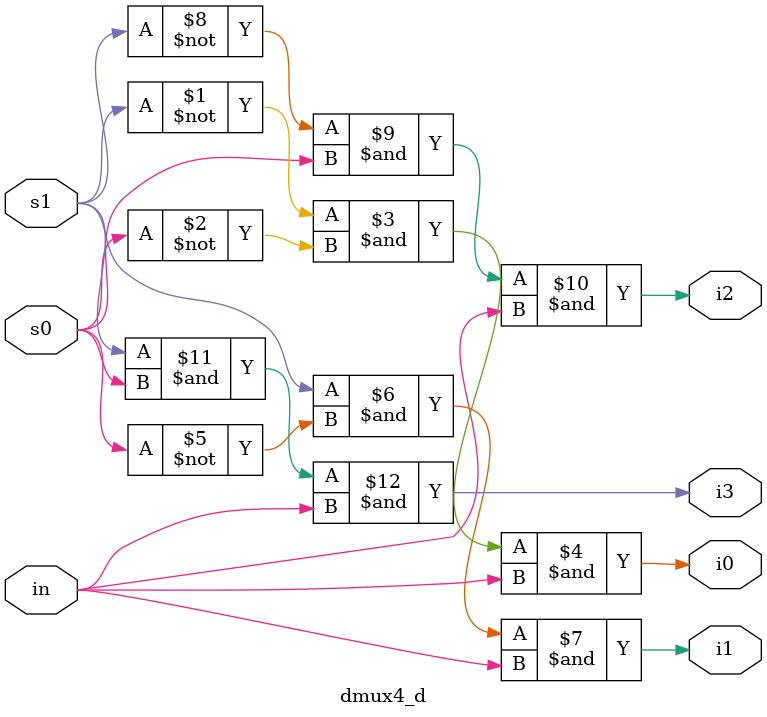
<source format=v>
module dmux4_d (i0, i1, i2, i3, s0, s1, in);

	input in;
	output i0;
	output i1;
	output i2;
	output i3;
	input s0;
	input s1;

	assign i0 = ~s1 & ~s0 & in;
	assign i1 = s1 & ~s0 & in;
	assign i2 = ~s1 & s0 & in;
	assign i3 = s1 & s0 & in;

endmodule
</source>
